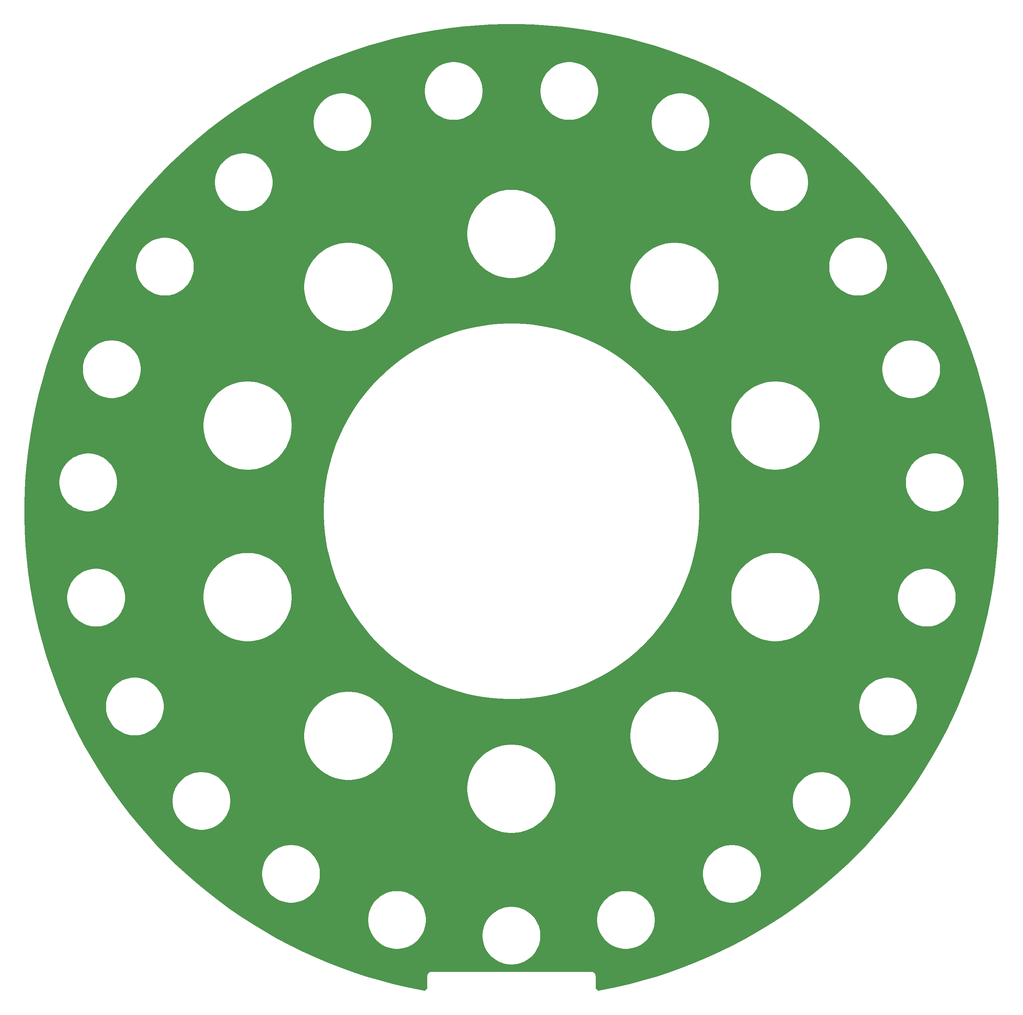
<source format=gbl>
G04*
G04 #@! TF.GenerationSoftware,Altium Limited,Altium Designer,19.1.6 (110)*
G04*
G04 Layer_Physical_Order=2*
G04 Layer_Color=16711680*
%FSLAX25Y25*%
%MOIN*%
G70*
G01*
G75*
G36*
X6834Y478857D02*
X20495Y478467D01*
X34140Y477687D01*
X47757Y476519D01*
X61335Y474962D01*
X74864Y473018D01*
X88331Y470689D01*
X101726Y467977D01*
X115039Y464884D01*
X128257Y461412D01*
X141372Y457564D01*
X154371Y453344D01*
X167244Y448754D01*
X179982Y443799D01*
X192572Y438482D01*
X205006Y432809D01*
X217273Y426783D01*
X229363Y420409D01*
X241266Y413693D01*
X252973Y406639D01*
X264473Y399255D01*
X275759Y391546D01*
X286819Y383517D01*
X297646Y375177D01*
X308231Y366530D01*
X318564Y357586D01*
X328638Y348350D01*
X338445Y338830D01*
X347975Y329035D01*
X357223Y318971D01*
X366179Y308648D01*
X374838Y298073D01*
X383190Y287256D01*
X391232Y276204D01*
X398954Y264928D01*
X406351Y253435D01*
X413417Y241737D01*
X420147Y229841D01*
X426535Y217758D01*
X432575Y205499D01*
X438263Y193071D01*
X443594Y180487D01*
X448563Y167755D01*
X453167Y154887D01*
X457403Y141892D01*
X461265Y128783D01*
X464752Y115568D01*
X467861Y102259D01*
X470588Y88867D01*
X472933Y75402D01*
X474892Y61876D01*
X476464Y48300D01*
X477648Y34684D01*
X478443Y21040D01*
X478849Y7379D01*
X478864Y-6289D01*
X478490Y-19950D01*
X477726Y-33596D01*
X476573Y-47214D01*
X475031Y-60795D01*
X473103Y-74325D01*
X470790Y-87795D01*
X468093Y-101193D01*
X465014Y-114509D01*
X461557Y-127732D01*
X457725Y-140851D01*
X453519Y-153855D01*
X448944Y-166733D01*
X444003Y-179476D01*
X438701Y-192073D01*
X433042Y-204513D01*
X427030Y-216787D01*
X420670Y-228884D01*
X413967Y-240795D01*
X406927Y-252509D01*
X399556Y-264018D01*
X391860Y-275312D01*
X383844Y-286382D01*
X375516Y-297219D01*
X366881Y-307813D01*
X357948Y-318157D01*
X348724Y-328241D01*
X339215Y-338059D01*
X329431Y-347601D01*
X319377Y-356860D01*
X309064Y-365828D01*
X298499Y-374498D01*
X287691Y-382863D01*
X276649Y-390917D01*
X265382Y-398652D01*
X253898Y-406062D01*
X242207Y-413142D01*
X230319Y-419885D01*
X218244Y-426287D01*
X205991Y-432341D01*
X193570Y-438043D01*
X180992Y-443388D01*
X168266Y-448372D01*
X155403Y-452991D01*
X142413Y-457241D01*
X129308Y-461119D01*
X116097Y-464621D01*
X102792Y-467744D01*
X89402Y-470487D01*
X84823Y-471290D01*
X84735Y-470848D01*
X84252Y-470125D01*
X83529Y-469643D01*
X82711Y-469480D01*
Y-456679D01*
X82576Y-455651D01*
X82179Y-454694D01*
X81548Y-453871D01*
X80726Y-453240D01*
X79768Y-452844D01*
X78740Y-452708D01*
X-78740D01*
X-79768Y-452844D01*
X-80726Y-453240D01*
X-81548Y-453871D01*
X-82179Y-454694D01*
X-82576Y-455651D01*
X-82711Y-456679D01*
Y-469480D01*
X-83529Y-469643D01*
X-84252Y-470125D01*
X-84735Y-470848D01*
X-84823Y-471290D01*
X-89402Y-470487D01*
X-102792Y-467744D01*
X-116097Y-464620D01*
X-129308Y-461119D01*
X-142413Y-457241D01*
X-155403Y-452991D01*
X-168266Y-448372D01*
X-180992Y-443388D01*
X-193570Y-438043D01*
X-205991Y-432341D01*
X-218244Y-426287D01*
X-230320Y-419885D01*
X-242207Y-413142D01*
X-253898Y-406063D01*
X-265382Y-398652D01*
X-276649Y-390917D01*
X-287691Y-382863D01*
X-298499Y-374498D01*
X-309064Y-365828D01*
X-319377Y-356860D01*
X-329431Y-347601D01*
X-339215Y-338059D01*
X-348724Y-328241D01*
X-357948Y-318157D01*
X-366881Y-307813D01*
X-375516Y-297219D01*
X-383844Y-286382D01*
X-391860Y-275312D01*
X-399556Y-264019D01*
X-406927Y-252509D01*
X-413967Y-240795D01*
X-420670Y-228884D01*
X-427030Y-216787D01*
X-433042Y-204513D01*
X-438701Y-192073D01*
X-444003Y-179476D01*
X-448944Y-166733D01*
X-453519Y-153855D01*
X-457725Y-140851D01*
X-461557Y-127732D01*
X-465014Y-114509D01*
X-468093Y-101193D01*
X-470790Y-87795D01*
X-473103Y-74325D01*
X-475031Y-60795D01*
X-476573Y-47214D01*
X-477726Y-33596D01*
X-478490Y-19950D01*
X-478864Y-6289D01*
X-478849Y7379D01*
X-478443Y21040D01*
X-477648Y34684D01*
X-476464Y48300D01*
X-474892Y61876D01*
X-472933Y75402D01*
X-470588Y88867D01*
X-467861Y102259D01*
X-464752Y115568D01*
X-461265Y128783D01*
X-457403Y141892D01*
X-453168Y154887D01*
X-448563Y167755D01*
X-443594Y180487D01*
X-438263Y193071D01*
X-432575Y205499D01*
X-426535Y217759D01*
X-420147Y229841D01*
X-413418Y241737D01*
X-406351Y253435D01*
X-398954Y264927D01*
X-391232Y276204D01*
X-383190Y287256D01*
X-374838Y298073D01*
X-366179Y308648D01*
X-357223Y318971D01*
X-347975Y329035D01*
X-338445Y338830D01*
X-328638Y348350D01*
X-318564Y357586D01*
X-308230Y366531D01*
X-297646Y375177D01*
X-286819Y383517D01*
X-275759Y391546D01*
X-264473Y399255D01*
X-252973Y406639D01*
X-241266Y413693D01*
X-229363Y420409D01*
X-217273Y426783D01*
X-205006Y432809D01*
X-192572Y438482D01*
X-179982Y443799D01*
X-167245Y448754D01*
X-154371Y453343D01*
X-141372Y457564D01*
X-128257Y461412D01*
X-115039Y464884D01*
X-101726Y467977D01*
X-88331Y470689D01*
X-74864Y473018D01*
X-61335Y474962D01*
X-47757Y476519D01*
X-34140Y477687D01*
X-20495Y478467D01*
X-6834Y478857D01*
X6834Y478857D01*
D02*
G37*
%LPC*%
G36*
X58179Y441501D02*
X55395D01*
X52623Y441228D01*
X49891Y440685D01*
X47226Y439877D01*
X44653Y438811D01*
X42197Y437498D01*
X39881Y435951D01*
X37728Y434184D01*
X35759Y432215D01*
X33992Y430062D01*
X32445Y427746D01*
X31132Y425290D01*
X30066Y422717D01*
X29258Y420052D01*
X28715Y417320D01*
X28442Y414548D01*
Y413156D01*
Y411763D01*
X28715Y408992D01*
X29258Y406260D01*
X30066Y403595D01*
X31132Y401022D01*
X32445Y398566D01*
X33992Y396250D01*
X35759Y394097D01*
X37728Y392128D01*
X39881Y390361D01*
X42197Y388814D01*
X44653Y387501D01*
X47226Y386435D01*
X49891Y385627D01*
X52623Y385084D01*
X55395Y384811D01*
X58179D01*
X60951Y385084D01*
X63683Y385627D01*
X66348Y386435D01*
X68921Y387501D01*
X71377Y388814D01*
X73693Y390361D01*
X75846Y392128D01*
X77815Y394097D01*
X79582Y396250D01*
X81129Y398566D01*
X82442Y401022D01*
X83508Y403595D01*
X84316Y406260D01*
X84859Y408992D01*
X85132Y411763D01*
Y413156D01*
Y414548D01*
X84859Y417320D01*
X84316Y420052D01*
X83508Y422717D01*
X82442Y425290D01*
X81129Y427746D01*
X79582Y430062D01*
X77815Y432215D01*
X75846Y434184D01*
X73693Y435951D01*
X71377Y437498D01*
X68921Y438811D01*
X66348Y439877D01*
X63683Y440685D01*
X60951Y441228D01*
X58179Y441501D01*
D02*
G37*
G36*
X-55395D02*
X-58179D01*
X-60951Y441228D01*
X-63683Y440685D01*
X-66348Y439877D01*
X-68921Y438811D01*
X-71377Y437498D01*
X-73693Y435951D01*
X-75846Y434184D01*
X-77815Y432215D01*
X-79582Y430062D01*
X-81129Y427746D01*
X-82442Y425290D01*
X-83508Y422717D01*
X-84316Y420052D01*
X-84859Y417320D01*
X-85132Y414548D01*
Y413156D01*
Y411763D01*
X-84859Y408992D01*
X-84316Y406260D01*
X-83508Y403595D01*
X-82442Y401022D01*
X-81129Y398566D01*
X-79582Y396250D01*
X-77815Y394097D01*
X-75846Y392128D01*
X-73693Y390361D01*
X-71377Y388814D01*
X-68921Y387501D01*
X-66348Y386435D01*
X-63683Y385627D01*
X-60951Y385084D01*
X-58179Y384811D01*
X-55395D01*
X-52623Y385084D01*
X-49891Y385627D01*
X-47226Y386435D01*
X-44653Y387501D01*
X-42197Y388814D01*
X-39881Y390361D01*
X-37728Y392128D01*
X-35759Y394097D01*
X-33992Y396250D01*
X-32445Y398566D01*
X-31132Y401022D01*
X-30066Y403595D01*
X-29258Y406260D01*
X-28715Y408992D01*
X-28442Y411763D01*
Y413156D01*
Y414548D01*
X-28715Y417320D01*
X-29258Y420052D01*
X-30066Y422717D01*
X-31132Y425290D01*
X-32445Y427746D01*
X-33992Y430062D01*
X-35759Y432215D01*
X-37728Y434184D01*
X-39881Y435951D01*
X-42197Y437498D01*
X-44653Y438811D01*
X-47226Y439877D01*
X-49891Y440685D01*
X-52623Y441228D01*
X-55395Y441501D01*
D02*
G37*
G36*
X167542Y410859D02*
X164757D01*
X161985Y410587D01*
X159254Y410043D01*
X156588Y409235D01*
X154016Y408169D01*
X151559Y406856D01*
X149244Y405309D01*
X147091Y403542D01*
X145121Y401573D01*
X143355Y399420D01*
X141807Y397104D01*
X140495Y394648D01*
X139429Y392075D01*
X138620Y389410D01*
X138077Y386678D01*
X137804Y383907D01*
Y382514D01*
Y381122D01*
X138077Y378350D01*
X138620Y375619D01*
X139429Y372953D01*
X140495Y370380D01*
X141807Y367924D01*
X143355Y365608D01*
X145121Y363456D01*
X147091Y361486D01*
X149244Y359719D01*
X151559Y358172D01*
X154016Y356859D01*
X156588Y355793D01*
X159254Y354985D01*
X161985Y354442D01*
X164757Y354169D01*
X167542D01*
X170314Y354442D01*
X173045Y354985D01*
X175710Y355793D01*
X178283Y356859D01*
X180739Y358172D01*
X183055Y359719D01*
X185208Y361486D01*
X187177Y363456D01*
X188944Y365608D01*
X190491Y367924D01*
X191804Y370380D01*
X192870Y372953D01*
X193678Y375619D01*
X194222Y378350D01*
X194495Y381122D01*
Y382514D01*
Y383907D01*
X194222Y386678D01*
X193678Y389410D01*
X192870Y392075D01*
X191804Y394648D01*
X190491Y397104D01*
X188944Y399420D01*
X187177Y401573D01*
X185208Y403542D01*
X183055Y405309D01*
X180739Y406856D01*
X178283Y408169D01*
X175710Y409235D01*
X173045Y410043D01*
X170314Y410587D01*
X167542Y410859D01*
D02*
G37*
G36*
X-164757D02*
X-167542D01*
X-170314Y410587D01*
X-173045Y410043D01*
X-175710Y409235D01*
X-178283Y408169D01*
X-180739Y406856D01*
X-183055Y405309D01*
X-185208Y403542D01*
X-187177Y401573D01*
X-188944Y399420D01*
X-190491Y397104D01*
X-191804Y394648D01*
X-192870Y392075D01*
X-193678Y389410D01*
X-194222Y386678D01*
X-194495Y383907D01*
Y382514D01*
Y381122D01*
X-194222Y378350D01*
X-193678Y375619D01*
X-192870Y372953D01*
X-191804Y370380D01*
X-190491Y367924D01*
X-188944Y365608D01*
X-187177Y363456D01*
X-185208Y361486D01*
X-183055Y359719D01*
X-180739Y358172D01*
X-178283Y356859D01*
X-175710Y355793D01*
X-173045Y354985D01*
X-170314Y354442D01*
X-167542Y354169D01*
X-164757D01*
X-161985Y354442D01*
X-159254Y354985D01*
X-156588Y355793D01*
X-154016Y356859D01*
X-151559Y358172D01*
X-149244Y359719D01*
X-147091Y361486D01*
X-145122Y363456D01*
X-143355Y365608D01*
X-141807Y367924D01*
X-140495Y370380D01*
X-139429Y372953D01*
X-138620Y375619D01*
X-138077Y378350D01*
X-137804Y381122D01*
Y382514D01*
Y383907D01*
X-138077Y386678D01*
X-138620Y389410D01*
X-139429Y392075D01*
X-140495Y394648D01*
X-141807Y397104D01*
X-143355Y399420D01*
X-145122Y401573D01*
X-147091Y403542D01*
X-149244Y405309D01*
X-151559Y406856D01*
X-154016Y408169D01*
X-156588Y409235D01*
X-159254Y410043D01*
X-161985Y410587D01*
X-164757Y410859D01*
D02*
G37*
G36*
X264582Y351848D02*
X261797D01*
X259025Y351575D01*
X256294Y351032D01*
X253628Y350223D01*
X251055Y349158D01*
X248599Y347845D01*
X246283Y346298D01*
X244131Y344531D01*
X242161Y342562D01*
X240394Y340409D01*
X238847Y338093D01*
X237534Y335637D01*
X236469Y333064D01*
X235660Y330399D01*
X235117Y327667D01*
X234844Y324895D01*
Y323503D01*
Y322110D01*
X235117Y319339D01*
X235660Y316607D01*
X236469Y313942D01*
X237534Y311369D01*
X238847Y308913D01*
X240394Y306597D01*
X242161Y304444D01*
X244131Y302475D01*
X246283Y300708D01*
X248599Y299161D01*
X251055Y297848D01*
X253628Y296782D01*
X256294Y295974D01*
X259025Y295430D01*
X261797Y295158D01*
X264582D01*
X267353Y295430D01*
X270085Y295974D01*
X272750Y296782D01*
X275323Y297848D01*
X277779Y299161D01*
X280095Y300708D01*
X282248Y302475D01*
X284217Y304444D01*
X285984Y306597D01*
X287531Y308913D01*
X288844Y311369D01*
X289910Y313942D01*
X290718Y316607D01*
X291262Y319339D01*
X291534Y322110D01*
Y323503D01*
Y324895D01*
X291262Y327667D01*
X290718Y330399D01*
X289910Y333064D01*
X288844Y335637D01*
X287531Y338093D01*
X285984Y340409D01*
X284217Y342562D01*
X282248Y344531D01*
X280095Y346298D01*
X277779Y347845D01*
X275323Y349158D01*
X272750Y350223D01*
X270085Y351032D01*
X267353Y351575D01*
X264582Y351848D01*
D02*
G37*
G36*
X-261797D02*
X-264582D01*
X-267353Y351575D01*
X-270085Y351032D01*
X-272750Y350223D01*
X-275323Y349158D01*
X-277779Y347845D01*
X-280095Y346298D01*
X-282248Y344531D01*
X-284217Y342562D01*
X-285984Y340409D01*
X-287531Y338093D01*
X-288844Y335637D01*
X-289910Y333064D01*
X-290718Y330399D01*
X-291262Y327667D01*
X-291534Y324895D01*
Y323503D01*
Y322110D01*
X-291262Y319339D01*
X-290718Y316607D01*
X-289910Y313942D01*
X-288844Y311369D01*
X-287531Y308913D01*
X-285984Y306597D01*
X-284217Y304444D01*
X-282248Y302475D01*
X-280095Y300708D01*
X-277779Y299161D01*
X-275323Y297848D01*
X-272750Y296782D01*
X-270085Y295974D01*
X-267353Y295430D01*
X-264582Y295158D01*
X-261797D01*
X-259025Y295430D01*
X-256294Y295974D01*
X-253628Y296782D01*
X-251055Y297848D01*
X-248599Y299161D01*
X-246283Y300708D01*
X-244131Y302475D01*
X-242161Y304444D01*
X-240394Y306597D01*
X-238847Y308913D01*
X-237534Y311369D01*
X-236469Y313942D01*
X-235660Y316607D01*
X-235117Y319339D01*
X-234844Y322110D01*
Y323503D01*
Y324895D01*
X-235117Y327667D01*
X-235660Y330399D01*
X-236469Y333064D01*
X-237534Y335637D01*
X-238847Y338093D01*
X-240394Y340409D01*
X-242161Y342562D01*
X-244131Y344531D01*
X-246283Y346298D01*
X-248599Y347845D01*
X-251055Y349158D01*
X-253628Y350223D01*
X-256294Y351032D01*
X-259025Y351575D01*
X-261797Y351848D01*
D02*
G37*
G36*
X1703Y316080D02*
X-1703D01*
X-5098Y315813D01*
X-8462Y315280D01*
X-11774Y314485D01*
X-15013Y313433D01*
X-18160Y312129D01*
X-21194Y310583D01*
X-24099Y308803D01*
X-26854Y306801D01*
X-29444Y304590D01*
X-31852Y302181D01*
X-34064Y299591D01*
X-36066Y296836D01*
X-37846Y293932D01*
X-39392Y290897D01*
X-40695Y287751D01*
X-41748Y284511D01*
X-42543Y281200D01*
X-43075Y277836D01*
X-43343Y274440D01*
Y272737D01*
Y271035D01*
X-43075Y267639D01*
X-42543Y264275D01*
X-41748Y260963D01*
X-40695Y257724D01*
X-39392Y254578D01*
X-37846Y251543D01*
X-36066Y248639D01*
X-34064Y245883D01*
X-31852Y243294D01*
X-29444Y240885D01*
X-26854Y238673D01*
X-24099Y236671D01*
X-21194Y234892D01*
X-18160Y233346D01*
X-15013Y232042D01*
X-11774Y230990D01*
X-8462Y230195D01*
X-5098Y229662D01*
X-1703Y229395D01*
X1703D01*
X5098Y229662D01*
X8462Y230195D01*
X11774Y230990D01*
X15013Y232042D01*
X18160Y233346D01*
X21194Y234892D01*
X24099Y236671D01*
X26854Y238673D01*
X29444Y240885D01*
X31852Y243294D01*
X34064Y245883D01*
X36066Y248639D01*
X37846Y251543D01*
X39392Y254578D01*
X40695Y257724D01*
X41748Y260963D01*
X42543Y264275D01*
X43075Y267639D01*
X43343Y271035D01*
Y272737D01*
Y274440D01*
X43075Y277836D01*
X42543Y281200D01*
X41748Y284511D01*
X40695Y287751D01*
X39392Y290897D01*
X37846Y293932D01*
X36066Y296836D01*
X34064Y299591D01*
X31852Y302181D01*
X29444Y304590D01*
X26854Y306801D01*
X24099Y308803D01*
X21194Y310583D01*
X18160Y312129D01*
X15013Y313433D01*
X11774Y314485D01*
X8462Y315280D01*
X5098Y315813D01*
X1703Y316080D01*
D02*
G37*
G36*
X342102Y268844D02*
X339317D01*
X336545Y268571D01*
X333814Y268028D01*
X331149Y267220D01*
X328576Y266154D01*
X326119Y264841D01*
X323804Y263294D01*
X321651Y261527D01*
X319682Y259558D01*
X317915Y257405D01*
X316367Y255089D01*
X315055Y252633D01*
X313989Y250060D01*
X313180Y247395D01*
X312637Y244663D01*
X312364Y241892D01*
Y240499D01*
Y239106D01*
X312637Y236335D01*
X313180Y233603D01*
X313989Y230938D01*
X315055Y228365D01*
X316367Y225909D01*
X317915Y223593D01*
X319682Y221440D01*
X321651Y219471D01*
X323804Y217704D01*
X326119Y216157D01*
X328576Y214844D01*
X331149Y213778D01*
X333814Y212970D01*
X336545Y212427D01*
X339317Y212154D01*
X342102D01*
X344873Y212427D01*
X347605Y212970D01*
X350270Y213778D01*
X352843Y214844D01*
X355299Y216157D01*
X357615Y217704D01*
X359768Y219471D01*
X361737Y221440D01*
X363504Y223593D01*
X365051Y225909D01*
X366364Y228365D01*
X367430Y230938D01*
X368238Y233603D01*
X368782Y236335D01*
X369055Y239106D01*
Y240499D01*
Y241892D01*
X368782Y244663D01*
X368238Y247395D01*
X367430Y250060D01*
X366364Y252633D01*
X365051Y255089D01*
X363504Y257405D01*
X361737Y259558D01*
X359768Y261527D01*
X357615Y263294D01*
X355299Y264841D01*
X352843Y266154D01*
X350270Y267220D01*
X347605Y268028D01*
X344873Y268571D01*
X342102Y268844D01*
D02*
G37*
G36*
X-339317D02*
X-342102D01*
X-344874Y268571D01*
X-347605Y268028D01*
X-350270Y267220D01*
X-352843Y266154D01*
X-355299Y264841D01*
X-357615Y263294D01*
X-359768Y261527D01*
X-361737Y259558D01*
X-363504Y257405D01*
X-365051Y255089D01*
X-366364Y252633D01*
X-367430Y250060D01*
X-368238Y247395D01*
X-368782Y244663D01*
X-369055Y241892D01*
Y240499D01*
Y239106D01*
X-368782Y236335D01*
X-368238Y233603D01*
X-367430Y230938D01*
X-366364Y228365D01*
X-365051Y225909D01*
X-363504Y223593D01*
X-361737Y221440D01*
X-359768Y219471D01*
X-357615Y217704D01*
X-355299Y216157D01*
X-352843Y214844D01*
X-350270Y213778D01*
X-347605Y212970D01*
X-344874Y212427D01*
X-342102Y212154D01*
X-339317D01*
X-336545Y212427D01*
X-333814Y212970D01*
X-331149Y213778D01*
X-328576Y214844D01*
X-326119Y216157D01*
X-323804Y217704D01*
X-321651Y219471D01*
X-319682Y221440D01*
X-317915Y223593D01*
X-316367Y225909D01*
X-315055Y228365D01*
X-313989Y230938D01*
X-313180Y233603D01*
X-312637Y236335D01*
X-312364Y239106D01*
Y240499D01*
Y241892D01*
X-312637Y244663D01*
X-313180Y247395D01*
X-313989Y250060D01*
X-315055Y252633D01*
X-316367Y255089D01*
X-317915Y257405D01*
X-319682Y259558D01*
X-321651Y261527D01*
X-323804Y263294D01*
X-326119Y264841D01*
X-328576Y266154D01*
X-331149Y267220D01*
X-333814Y268028D01*
X-336545Y268571D01*
X-339317Y268844D01*
D02*
G37*
G36*
X162014Y263992D02*
X158608D01*
X155213Y263725D01*
X151849Y263192D01*
X148537Y262397D01*
X145298Y261344D01*
X142151Y260041D01*
X139117Y258495D01*
X136213Y256715D01*
X133457Y254713D01*
X130867Y252501D01*
X128459Y250093D01*
X126247Y247503D01*
X124245Y244748D01*
X122466Y241844D01*
X120919Y238809D01*
X119616Y235662D01*
X118563Y232423D01*
X117768Y229112D01*
X117236Y225747D01*
X116968Y222352D01*
Y220649D01*
Y218946D01*
X117236Y215551D01*
X117768Y212187D01*
X118563Y208875D01*
X119616Y205636D01*
X120919Y202489D01*
X122466Y199455D01*
X124245Y196551D01*
X126247Y193795D01*
X128459Y191206D01*
X130867Y188797D01*
X133457Y186585D01*
X136213Y184583D01*
X139117Y182804D01*
X142151Y181257D01*
X145298Y179954D01*
X148537Y178902D01*
X151849Y178106D01*
X155213Y177574D01*
X158608Y177306D01*
X162014D01*
X165409Y177574D01*
X168773Y178106D01*
X172085Y178902D01*
X175324Y179954D01*
X178471Y181257D01*
X181506Y182804D01*
X184409Y184583D01*
X187165Y186585D01*
X189755Y188797D01*
X192163Y191206D01*
X194375Y193795D01*
X196377Y196551D01*
X198156Y199455D01*
X199703Y202489D01*
X201006Y205636D01*
X202059Y208875D01*
X202854Y212187D01*
X203386Y215551D01*
X203654Y218946D01*
Y220649D01*
Y222352D01*
X203386Y225747D01*
X202854Y229112D01*
X202059Y232423D01*
X201006Y235662D01*
X199703Y238809D01*
X198156Y241844D01*
X196377Y244748D01*
X194375Y247503D01*
X192163Y250093D01*
X189755Y252501D01*
X187165Y254713D01*
X184409Y256715D01*
X181506Y258495D01*
X178471Y260041D01*
X175324Y261344D01*
X172085Y262397D01*
X168773Y263192D01*
X165409Y263725D01*
X162014Y263992D01*
D02*
G37*
G36*
X-158608D02*
X-162014D01*
X-165409Y263725D01*
X-168773Y263192D01*
X-172085Y262397D01*
X-175324Y261344D01*
X-178471Y260041D01*
X-181506Y258495D01*
X-184409Y256715D01*
X-187165Y254713D01*
X-189755Y252501D01*
X-192163Y250093D01*
X-194375Y247503D01*
X-196377Y244748D01*
X-198156Y241844D01*
X-199703Y238809D01*
X-201006Y235662D01*
X-202059Y232423D01*
X-202854Y229112D01*
X-203386Y225747D01*
X-203654Y222352D01*
Y220649D01*
Y218946D01*
X-203386Y215551D01*
X-202854Y212187D01*
X-202059Y208875D01*
X-201006Y205636D01*
X-199703Y202489D01*
X-198156Y199455D01*
X-196377Y196551D01*
X-194375Y193795D01*
X-192163Y191206D01*
X-189755Y188797D01*
X-187165Y186585D01*
X-184409Y184583D01*
X-181506Y182804D01*
X-178471Y181257D01*
X-175324Y179954D01*
X-172085Y178902D01*
X-168773Y178106D01*
X-165409Y177574D01*
X-162014Y177306D01*
X-158608D01*
X-155213Y177574D01*
X-151849Y178106D01*
X-148537Y178902D01*
X-145298Y179954D01*
X-142151Y181257D01*
X-139117Y182804D01*
X-136213Y184583D01*
X-133457Y186585D01*
X-130867Y188797D01*
X-128459Y191206D01*
X-126247Y193795D01*
X-124245Y196551D01*
X-122466Y199455D01*
X-120919Y202489D01*
X-119616Y205636D01*
X-118563Y208875D01*
X-117768Y212187D01*
X-117236Y215551D01*
X-116968Y218946D01*
Y220649D01*
Y222352D01*
X-117236Y225747D01*
X-117768Y229112D01*
X-118563Y232423D01*
X-119616Y235662D01*
X-120919Y238809D01*
X-122466Y241844D01*
X-124245Y244748D01*
X-126247Y247503D01*
X-128459Y250093D01*
X-130867Y252501D01*
X-133457Y254713D01*
X-136213Y256715D01*
X-139117Y258495D01*
X-142151Y260041D01*
X-145298Y261344D01*
X-148537Y262397D01*
X-151849Y263192D01*
X-155213Y263725D01*
X-158608Y263992D01*
D02*
G37*
G36*
X394353Y168004D02*
X391568D01*
X388797Y167731D01*
X386065Y167187D01*
X383400Y166379D01*
X380827Y165313D01*
X378371Y164000D01*
X376055Y162453D01*
X373902Y160686D01*
X371933Y158717D01*
X370166Y156564D01*
X368619Y154248D01*
X367306Y151792D01*
X366240Y149219D01*
X365432Y146554D01*
X364888Y143823D01*
X364615Y141051D01*
Y139658D01*
Y138266D01*
X364888Y135494D01*
X365432Y132763D01*
X366240Y130097D01*
X367306Y127524D01*
X368619Y125068D01*
X370166Y122753D01*
X371933Y120600D01*
X373902Y118630D01*
X376055Y116864D01*
X378371Y115316D01*
X380827Y114004D01*
X383400Y112938D01*
X386065Y112129D01*
X388797Y111586D01*
X391568Y111313D01*
X394353D01*
X397125Y111586D01*
X399856Y112129D01*
X402522Y112938D01*
X405095Y114004D01*
X407551Y115316D01*
X409867Y116864D01*
X412019Y118630D01*
X413989Y120600D01*
X415756Y122753D01*
X417303Y125068D01*
X418616Y127524D01*
X419681Y130097D01*
X420490Y132763D01*
X421033Y135494D01*
X421306Y138266D01*
Y139658D01*
Y141051D01*
X421033Y143823D01*
X420490Y146554D01*
X419681Y149219D01*
X418616Y151792D01*
X417303Y154248D01*
X415756Y156564D01*
X413989Y158717D01*
X412019Y160686D01*
X409867Y162453D01*
X407551Y164000D01*
X405095Y165313D01*
X402522Y166379D01*
X399856Y167187D01*
X397125Y167731D01*
X394353Y168004D01*
D02*
G37*
G36*
X-391568D02*
X-394353D01*
X-397125Y167731D01*
X-399856Y167187D01*
X-402522Y166379D01*
X-405095Y165313D01*
X-407551Y164000D01*
X-409867Y162453D01*
X-412019Y160686D01*
X-413989Y158717D01*
X-415756Y156564D01*
X-417303Y154248D01*
X-418616Y151792D01*
X-419682Y149219D01*
X-420490Y146554D01*
X-421033Y143823D01*
X-421306Y141051D01*
Y139658D01*
Y138266D01*
X-421033Y135494D01*
X-420490Y132763D01*
X-419682Y130097D01*
X-418616Y127524D01*
X-417303Y125068D01*
X-415756Y122753D01*
X-413989Y120600D01*
X-412019Y118630D01*
X-409867Y116864D01*
X-407551Y115316D01*
X-405095Y114004D01*
X-402522Y112938D01*
X-399856Y112129D01*
X-397125Y111586D01*
X-394353Y111313D01*
X-391568D01*
X-388797Y111586D01*
X-386065Y112129D01*
X-383400Y112938D01*
X-380827Y114004D01*
X-378371Y115316D01*
X-376055Y116864D01*
X-373902Y118630D01*
X-371933Y120600D01*
X-370166Y122753D01*
X-368619Y125068D01*
X-367306Y127524D01*
X-366240Y130097D01*
X-365432Y132763D01*
X-364888Y135494D01*
X-364615Y138266D01*
Y139658D01*
Y141051D01*
X-364888Y143823D01*
X-365432Y146554D01*
X-366240Y149219D01*
X-367306Y151792D01*
X-368619Y154248D01*
X-370166Y156564D01*
X-371933Y158717D01*
X-373902Y160686D01*
X-376055Y162453D01*
X-378371Y164000D01*
X-380827Y165313D01*
X-383400Y166379D01*
X-386065Y167187D01*
X-388797Y167731D01*
X-391568Y168004D01*
D02*
G37*
G36*
X261092Y127623D02*
X257686D01*
X254290Y127356D01*
X250926Y126823D01*
X247615Y126028D01*
X244375Y124976D01*
X241229Y123672D01*
X238194Y122126D01*
X235290Y120346D01*
X232535Y118344D01*
X229945Y116133D01*
X227537Y113724D01*
X225325Y111134D01*
X223323Y108379D01*
X221543Y105475D01*
X219997Y102440D01*
X218694Y99294D01*
X217641Y96055D01*
X216846Y92743D01*
X216313Y89379D01*
X216046Y85983D01*
Y84281D01*
Y82578D01*
X216313Y79182D01*
X216846Y75818D01*
X217641Y72506D01*
X218694Y69267D01*
X219997Y66121D01*
X221543Y63086D01*
X223323Y60182D01*
X225325Y57427D01*
X227537Y54837D01*
X229945Y52428D01*
X232535Y50217D01*
X235290Y48215D01*
X238194Y46435D01*
X241229Y44889D01*
X244375Y43585D01*
X247615Y42533D01*
X250926Y41738D01*
X254290Y41205D01*
X257686Y40938D01*
X261092D01*
X264487Y41205D01*
X267851Y41738D01*
X271163Y42533D01*
X274402Y43585D01*
X277549Y44889D01*
X280583Y46435D01*
X283487Y48215D01*
X286243Y50217D01*
X288832Y52428D01*
X291241Y54837D01*
X293453Y57427D01*
X295455Y60182D01*
X297234Y63086D01*
X298780Y66121D01*
X300084Y69267D01*
X301136Y72506D01*
X301931Y75818D01*
X302464Y79182D01*
X302731Y82578D01*
Y84281D01*
Y85983D01*
X302464Y89379D01*
X301931Y92743D01*
X301136Y96055D01*
X300084Y99294D01*
X298780Y102440D01*
X297234Y105475D01*
X295455Y108379D01*
X293453Y111134D01*
X291241Y113724D01*
X288832Y116133D01*
X286243Y118344D01*
X283487Y120346D01*
X280583Y122126D01*
X277549Y123672D01*
X274402Y124976D01*
X271163Y126028D01*
X267851Y126823D01*
X264487Y127356D01*
X261092Y127623D01*
D02*
G37*
G36*
X-257686D02*
X-261092D01*
X-264487Y127356D01*
X-267851Y126823D01*
X-271163Y126028D01*
X-274402Y124976D01*
X-277549Y123672D01*
X-280583Y122126D01*
X-283487Y120346D01*
X-286243Y118344D01*
X-288832Y116133D01*
X-291241Y113724D01*
X-293453Y111134D01*
X-295455Y108379D01*
X-297234Y105475D01*
X-298780Y102440D01*
X-300084Y99294D01*
X-301136Y96055D01*
X-301931Y92743D01*
X-302464Y89379D01*
X-302731Y85983D01*
Y84281D01*
Y82578D01*
X-302464Y79182D01*
X-301931Y75818D01*
X-301136Y72506D01*
X-300084Y69267D01*
X-298780Y66121D01*
X-297234Y63086D01*
X-295455Y60182D01*
X-293453Y57427D01*
X-291241Y54837D01*
X-288832Y52428D01*
X-286243Y50217D01*
X-283487Y48215D01*
X-280583Y46435D01*
X-277549Y44889D01*
X-274402Y43585D01*
X-271163Y42533D01*
X-267851Y41738D01*
X-264487Y41205D01*
X-261092Y40938D01*
X-257686D01*
X-254290Y41205D01*
X-250926Y41738D01*
X-247615Y42533D01*
X-244375Y43585D01*
X-241229Y44889D01*
X-238194Y46435D01*
X-235290Y48215D01*
X-232535Y50217D01*
X-229945Y52428D01*
X-227537Y54837D01*
X-225325Y57427D01*
X-223323Y60182D01*
X-221543Y63086D01*
X-219997Y66121D01*
X-218694Y69267D01*
X-217641Y72506D01*
X-216846Y75818D01*
X-216313Y79182D01*
X-216046Y82578D01*
Y84281D01*
Y85983D01*
X-216313Y89379D01*
X-216846Y92743D01*
X-217641Y96055D01*
X-218694Y99294D01*
X-219997Y102440D01*
X-221543Y105475D01*
X-223323Y108379D01*
X-225325Y111134D01*
X-227537Y113724D01*
X-229945Y116133D01*
X-232535Y118344D01*
X-235290Y120346D01*
X-238194Y122126D01*
X-241229Y123672D01*
X-244375Y124976D01*
X-247615Y126028D01*
X-250926Y126823D01*
X-254290Y127356D01*
X-257686Y127623D01*
D02*
G37*
G36*
X417461Y56805D02*
X414676D01*
X411904Y56532D01*
X409172Y55989D01*
X406507Y55181D01*
X403934Y54115D01*
X401478Y52802D01*
X399162Y51254D01*
X397010Y49488D01*
X395040Y47518D01*
X393273Y45366D01*
X391726Y43050D01*
X390413Y40594D01*
X389348Y38021D01*
X388539Y35355D01*
X387996Y32624D01*
X387723Y29852D01*
Y28460D01*
Y27067D01*
X387996Y24296D01*
X388539Y21564D01*
X389348Y18899D01*
X390413Y16326D01*
X391726Y13870D01*
X393273Y11554D01*
X395040Y9401D01*
X397010Y7432D01*
X399162Y5665D01*
X401478Y4118D01*
X403934Y2805D01*
X406507Y1739D01*
X409172Y931D01*
X411904Y387D01*
X414676Y114D01*
X417461D01*
X420232Y387D01*
X422964Y931D01*
X425629Y1739D01*
X428202Y2805D01*
X430658Y4118D01*
X432974Y5665D01*
X435127Y7432D01*
X437096Y9401D01*
X438863Y11554D01*
X440410Y13870D01*
X441723Y16326D01*
X442789Y18899D01*
X443597Y21564D01*
X444140Y24296D01*
X444414Y27067D01*
Y28460D01*
Y29852D01*
X444140Y32624D01*
X443597Y35355D01*
X442789Y38021D01*
X441723Y40594D01*
X440410Y43050D01*
X438863Y45366D01*
X437096Y47518D01*
X435127Y49488D01*
X432974Y51254D01*
X430658Y52802D01*
X428202Y54115D01*
X425629Y55181D01*
X422964Y55989D01*
X420232Y56532D01*
X417461Y56805D01*
D02*
G37*
G36*
X-414676D02*
X-417461D01*
X-420232Y56532D01*
X-422964Y55989D01*
X-425629Y55181D01*
X-428202Y54115D01*
X-430658Y52802D01*
X-432974Y51254D01*
X-435127Y49488D01*
X-437096Y47518D01*
X-438863Y45366D01*
X-440410Y43050D01*
X-441723Y40594D01*
X-442789Y38021D01*
X-443597Y35355D01*
X-444140Y32624D01*
X-444414Y29852D01*
Y28460D01*
Y27067D01*
X-444140Y24296D01*
X-443597Y21564D01*
X-442789Y18899D01*
X-441723Y16326D01*
X-440410Y13870D01*
X-438863Y11554D01*
X-437096Y9401D01*
X-435127Y7432D01*
X-432974Y5665D01*
X-430658Y4118D01*
X-428202Y2805D01*
X-425629Y1739D01*
X-422964Y931D01*
X-420232Y387D01*
X-417461Y114D01*
X-414676D01*
X-411904Y387D01*
X-409172Y931D01*
X-406507Y1739D01*
X-403934Y2805D01*
X-401478Y4118D01*
X-399162Y5665D01*
X-397010Y7432D01*
X-395040Y9401D01*
X-393273Y11554D01*
X-391726Y13870D01*
X-390413Y16326D01*
X-389348Y18899D01*
X-388539Y21564D01*
X-387996Y24296D01*
X-387723Y27067D01*
Y28460D01*
Y29852D01*
X-387996Y32624D01*
X-388539Y35355D01*
X-389348Y38021D01*
X-390413Y40594D01*
X-391726Y43050D01*
X-393273Y45366D01*
X-395040Y47518D01*
X-397010Y49488D01*
X-399162Y51254D01*
X-401478Y52802D01*
X-403934Y54115D01*
X-406507Y55181D01*
X-409172Y55989D01*
X-411904Y56532D01*
X-414676Y56805D01*
D02*
G37*
G36*
X409710Y-56504D02*
X406925D01*
X404153Y-56777D01*
X401422Y-57320D01*
X398757Y-58129D01*
X396184Y-59194D01*
X393727Y-60507D01*
X391412Y-62055D01*
X389259Y-63822D01*
X387290Y-65791D01*
X385523Y-67944D01*
X383976Y-70259D01*
X382663Y-72716D01*
X381597Y-75289D01*
X380788Y-77954D01*
X380245Y-80685D01*
X379972Y-83457D01*
Y-84849D01*
Y-86242D01*
X380245Y-89013D01*
X380788Y-91745D01*
X381597Y-94410D01*
X382663Y-96983D01*
X383976Y-99439D01*
X385523Y-101755D01*
X387290Y-103908D01*
X389259Y-105877D01*
X391412Y-107644D01*
X393727Y-109191D01*
X396184Y-110504D01*
X398757Y-111570D01*
X401422Y-112378D01*
X404153Y-112922D01*
X406925Y-113195D01*
X409710D01*
X412482Y-112922D01*
X415213Y-112378D01*
X417878Y-111570D01*
X420451Y-110504D01*
X422908Y-109191D01*
X425223Y-107644D01*
X427376Y-105877D01*
X429345Y-103908D01*
X431112Y-101755D01*
X432660Y-99439D01*
X433972Y-96983D01*
X435038Y-94410D01*
X435847Y-91745D01*
X436390Y-89013D01*
X436663Y-86242D01*
Y-84849D01*
Y-83457D01*
X436390Y-80685D01*
X435847Y-77954D01*
X435038Y-75289D01*
X433972Y-72716D01*
X432660Y-70259D01*
X431112Y-67944D01*
X429345Y-65791D01*
X427376Y-63822D01*
X425223Y-62055D01*
X422908Y-60507D01*
X420451Y-59194D01*
X417878Y-58129D01*
X415213Y-57320D01*
X412482Y-56777D01*
X409710Y-56504D01*
D02*
G37*
G36*
X-406925D02*
X-409710D01*
X-412482Y-56777D01*
X-415213Y-57320D01*
X-417878Y-58129D01*
X-420451Y-59194D01*
X-422908Y-60507D01*
X-425223Y-62055D01*
X-427376Y-63822D01*
X-429346Y-65791D01*
X-431112Y-67944D01*
X-432660Y-70259D01*
X-433972Y-72716D01*
X-435038Y-75289D01*
X-435847Y-77954D01*
X-436390Y-80685D01*
X-436663Y-83457D01*
Y-84849D01*
Y-86242D01*
X-436390Y-89013D01*
X-435847Y-91745D01*
X-435038Y-94410D01*
X-433972Y-96983D01*
X-432660Y-99439D01*
X-431112Y-101755D01*
X-429346Y-103908D01*
X-427376Y-105877D01*
X-425223Y-107644D01*
X-422908Y-109191D01*
X-420451Y-110504D01*
X-417878Y-111570D01*
X-415213Y-112378D01*
X-412482Y-112922D01*
X-409710Y-113195D01*
X-406925D01*
X-404153Y-112922D01*
X-401422Y-112378D01*
X-398757Y-111570D01*
X-396184Y-110504D01*
X-393728Y-109191D01*
X-391412Y-107644D01*
X-389259Y-105877D01*
X-387290Y-103908D01*
X-385523Y-101755D01*
X-383976Y-99439D01*
X-382663Y-96983D01*
X-381597Y-94410D01*
X-380788Y-91745D01*
X-380245Y-89013D01*
X-379972Y-86242D01*
Y-84849D01*
Y-83457D01*
X-380245Y-80685D01*
X-380788Y-77954D01*
X-381597Y-75289D01*
X-382663Y-72716D01*
X-383976Y-70259D01*
X-385523Y-67944D01*
X-387290Y-65791D01*
X-389259Y-63822D01*
X-391412Y-62055D01*
X-393728Y-60507D01*
X-396184Y-59194D01*
X-398757Y-58129D01*
X-401422Y-57320D01*
X-404153Y-56777D01*
X-406925Y-56504D01*
D02*
G37*
G36*
X261092Y-40938D02*
X257686D01*
X254290Y-41205D01*
X250926Y-41738D01*
X247615Y-42533D01*
X244375Y-43585D01*
X241229Y-44889D01*
X238194Y-46435D01*
X235290Y-48215D01*
X232535Y-50217D01*
X229945Y-52428D01*
X227537Y-54837D01*
X225325Y-57427D01*
X223323Y-60182D01*
X221543Y-63086D01*
X219997Y-66121D01*
X218694Y-69267D01*
X217641Y-72506D01*
X216846Y-75818D01*
X216313Y-79182D01*
X216046Y-82578D01*
Y-84281D01*
Y-85983D01*
X216313Y-89379D01*
X216846Y-92743D01*
X217641Y-96055D01*
X218694Y-99294D01*
X219997Y-102440D01*
X221543Y-105475D01*
X223323Y-108379D01*
X225325Y-111134D01*
X227537Y-113724D01*
X229945Y-116133D01*
X232535Y-118344D01*
X235290Y-120346D01*
X238194Y-122126D01*
X241229Y-123672D01*
X244375Y-124976D01*
X247615Y-126028D01*
X250926Y-126823D01*
X254290Y-127356D01*
X257686Y-127623D01*
X261092D01*
X264487Y-127356D01*
X267851Y-126823D01*
X271163Y-126028D01*
X274402Y-124976D01*
X277549Y-123672D01*
X280583Y-122126D01*
X283487Y-120346D01*
X286243Y-118344D01*
X288832Y-116133D01*
X291241Y-113724D01*
X293453Y-111134D01*
X295455Y-108379D01*
X297234Y-105475D01*
X298780Y-102440D01*
X300084Y-99294D01*
X301136Y-96055D01*
X301931Y-92743D01*
X302464Y-89379D01*
X302731Y-85983D01*
Y-84281D01*
Y-82578D01*
X302464Y-79182D01*
X301931Y-75818D01*
X301136Y-72506D01*
X300084Y-69267D01*
X298780Y-66121D01*
X297234Y-63086D01*
X295455Y-60182D01*
X293453Y-57427D01*
X291241Y-54837D01*
X288832Y-52428D01*
X286243Y-50217D01*
X283487Y-48215D01*
X280583Y-46435D01*
X277549Y-44889D01*
X274402Y-43585D01*
X271163Y-42533D01*
X267851Y-41738D01*
X264487Y-41205D01*
X261092Y-40938D01*
D02*
G37*
G36*
X-257686D02*
X-261092D01*
X-264487Y-41205D01*
X-267851Y-41738D01*
X-271163Y-42533D01*
X-274402Y-43585D01*
X-277549Y-44889D01*
X-280583Y-46435D01*
X-283487Y-48215D01*
X-286243Y-50217D01*
X-288832Y-52428D01*
X-291241Y-54837D01*
X-293453Y-57427D01*
X-295455Y-60182D01*
X-297234Y-63086D01*
X-298780Y-66121D01*
X-300084Y-69267D01*
X-301136Y-72506D01*
X-301931Y-75818D01*
X-302464Y-79182D01*
X-302731Y-82578D01*
Y-84281D01*
Y-85983D01*
X-302464Y-89379D01*
X-301931Y-92743D01*
X-301136Y-96055D01*
X-300084Y-99294D01*
X-298780Y-102440D01*
X-297234Y-105475D01*
X-295455Y-108379D01*
X-293453Y-111134D01*
X-291241Y-113724D01*
X-288832Y-116133D01*
X-286243Y-118344D01*
X-283487Y-120346D01*
X-280583Y-122126D01*
X-277549Y-123672D01*
X-274402Y-124976D01*
X-271163Y-126028D01*
X-267851Y-126823D01*
X-264487Y-127356D01*
X-261092Y-127623D01*
X-257686D01*
X-254290Y-127356D01*
X-250926Y-126823D01*
X-247615Y-126028D01*
X-244375Y-124976D01*
X-241229Y-123672D01*
X-238194Y-122126D01*
X-235290Y-120346D01*
X-232535Y-118344D01*
X-229945Y-116133D01*
X-227537Y-113724D01*
X-225325Y-111134D01*
X-223323Y-108379D01*
X-221543Y-105475D01*
X-219997Y-102440D01*
X-218694Y-99294D01*
X-217641Y-96055D01*
X-216846Y-92743D01*
X-216313Y-89379D01*
X-216046Y-85983D01*
Y-84281D01*
Y-82578D01*
X-216313Y-79182D01*
X-216846Y-75818D01*
X-217641Y-72506D01*
X-218694Y-69267D01*
X-219997Y-66121D01*
X-221543Y-63086D01*
X-223323Y-60182D01*
X-225325Y-57427D01*
X-227537Y-54837D01*
X-229945Y-52428D01*
X-232535Y-50217D01*
X-235290Y-48215D01*
X-238194Y-46435D01*
X-241229Y-44889D01*
X-244375Y-43585D01*
X-247615Y-42533D01*
X-250926Y-41738D01*
X-254290Y-41205D01*
X-257686Y-40938D01*
D02*
G37*
G36*
X4026Y184524D02*
X-4026D01*
X-12071Y184172D01*
X-20093Y183470D01*
X-28077Y182419D01*
X-36007Y181021D01*
X-43869Y179278D01*
X-51647Y177194D01*
X-59327Y174773D01*
X-66894Y172018D01*
X-74334Y168937D01*
X-81632Y165533D01*
X-88775Y161815D01*
X-95749Y157789D01*
X-102540Y153462D01*
X-109136Y148844D01*
X-115525Y143941D01*
X-121694Y138765D01*
X-127631Y133325D01*
X-133325Y127631D01*
X-138765Y121694D01*
X-143941Y115525D01*
X-148844Y109136D01*
X-153462Y102540D01*
X-157789Y95749D01*
X-161815Y88775D01*
X-165533Y81632D01*
X-168937Y74334D01*
X-172018Y66894D01*
X-174773Y59327D01*
X-177194Y51647D01*
X-179278Y43869D01*
X-181021Y36007D01*
X-182419Y28077D01*
X-183470Y20093D01*
X-184172Y12071D01*
X-184524Y4026D01*
Y0D01*
Y-4026D01*
X-184172Y-12071D01*
X-183470Y-20093D01*
X-182419Y-28077D01*
X-181021Y-36007D01*
X-179278Y-43869D01*
X-177194Y-51647D01*
X-174773Y-59327D01*
X-172018Y-66894D01*
X-168937Y-74334D01*
X-165533Y-81632D01*
X-161815Y-88775D01*
X-157789Y-95749D01*
X-153462Y-102540D01*
X-148844Y-109136D01*
X-143941Y-115525D01*
X-138765Y-121694D01*
X-133325Y-127631D01*
X-127631Y-133325D01*
X-121694Y-138765D01*
X-115525Y-143941D01*
X-109136Y-148843D01*
X-102540Y-153462D01*
X-95749Y-157789D01*
X-88775Y-161815D01*
X-81632Y-165533D01*
X-74334Y-168937D01*
X-66894Y-172018D01*
X-59327Y-174773D01*
X-51647Y-177194D01*
X-43869Y-179278D01*
X-36007Y-181021D01*
X-28077Y-182419D01*
X-20093Y-183470D01*
X-12071Y-184172D01*
X-4026Y-184523D01*
X4026D01*
X12071Y-184172D01*
X20093Y-183470D01*
X28077Y-182419D01*
X36007Y-181021D01*
X43869Y-179278D01*
X51647Y-177194D01*
X59327Y-174773D01*
X66894Y-172018D01*
X74334Y-168937D01*
X81632Y-165533D01*
X88775Y-161815D01*
X95749Y-157789D01*
X102540Y-153462D01*
X109136Y-148843D01*
X115525Y-143941D01*
X121694Y-138765D01*
X127631Y-133325D01*
X133325Y-127631D01*
X138765Y-121694D01*
X143941Y-115525D01*
X148843Y-109136D01*
X153462Y-102540D01*
X157789Y-95749D01*
X161815Y-88775D01*
X165533Y-81632D01*
X168937Y-74334D01*
X172018Y-66894D01*
X174773Y-59327D01*
X177194Y-51647D01*
X179278Y-43869D01*
X181021Y-36007D01*
X182419Y-28077D01*
X183470Y-20093D01*
X184172Y-12071D01*
X184524Y-4026D01*
Y0D01*
Y4026D01*
X184172Y12071D01*
X183470Y20093D01*
X182419Y28077D01*
X181021Y36007D01*
X179278Y43869D01*
X177194Y51647D01*
X174773Y59327D01*
X172018Y66894D01*
X168937Y74334D01*
X165533Y81632D01*
X161815Y88775D01*
X157789Y95749D01*
X153462Y102540D01*
X148843Y109136D01*
X143941Y115525D01*
X138765Y121694D01*
X133325Y127631D01*
X127631Y133325D01*
X121694Y138765D01*
X115525Y143941D01*
X109136Y148844D01*
X102540Y153462D01*
X95749Y157789D01*
X88775Y161815D01*
X81632Y165533D01*
X74334Y168937D01*
X66894Y172018D01*
X59327Y174773D01*
X51647Y177194D01*
X43869Y179278D01*
X36007Y181021D01*
X28077Y182419D01*
X20093Y183470D01*
X12071Y184172D01*
X4026Y184524D01*
D02*
G37*
G36*
X371676Y-163520D02*
X368891D01*
X366120Y-163793D01*
X363388Y-164337D01*
X360723Y-165145D01*
X358150Y-166211D01*
X355694Y-167524D01*
X353378Y-169071D01*
X351225Y-170838D01*
X349256Y-172807D01*
X347489Y-174960D01*
X345942Y-177276D01*
X344629Y-179732D01*
X343563Y-182305D01*
X342755Y-184970D01*
X342212Y-187701D01*
X341939Y-190473D01*
Y-191866D01*
Y-193258D01*
X342212Y-196030D01*
X342755Y-198761D01*
X343563Y-201427D01*
X344629Y-203999D01*
X345942Y-206456D01*
X347489Y-208771D01*
X349256Y-210924D01*
X351225Y-212894D01*
X353378Y-214660D01*
X355694Y-216208D01*
X358150Y-217520D01*
X360723Y-218586D01*
X363388Y-219395D01*
X366120Y-219938D01*
X368891Y-220211D01*
X371676D01*
X374448Y-219938D01*
X377180Y-219395D01*
X379845Y-218586D01*
X382418Y-217520D01*
X384874Y-216208D01*
X387190Y-214660D01*
X389342Y-212894D01*
X391312Y-210924D01*
X393079Y-208771D01*
X394626Y-206456D01*
X395939Y-203999D01*
X397005Y-201427D01*
X397813Y-198761D01*
X398356Y-196030D01*
X398629Y-193258D01*
Y-191866D01*
Y-190473D01*
X398356Y-187701D01*
X397813Y-184970D01*
X397005Y-182305D01*
X395939Y-179732D01*
X394626Y-177276D01*
X393079Y-174960D01*
X391312Y-172807D01*
X389342Y-170838D01*
X387190Y-169071D01*
X384874Y-167524D01*
X382418Y-166211D01*
X379845Y-165145D01*
X377180Y-164337D01*
X374448Y-163793D01*
X371676Y-163520D01*
D02*
G37*
G36*
X-368891D02*
X-371676D01*
X-374448Y-163793D01*
X-377180Y-164337D01*
X-379845Y-165145D01*
X-382418Y-166211D01*
X-384874Y-167524D01*
X-387190Y-169071D01*
X-389342Y-170838D01*
X-391312Y-172807D01*
X-393079Y-174960D01*
X-394626Y-177276D01*
X-395939Y-179732D01*
X-397005Y-182305D01*
X-397813Y-184970D01*
X-398356Y-187701D01*
X-398629Y-190473D01*
Y-191866D01*
Y-193258D01*
X-398356Y-196030D01*
X-397813Y-198761D01*
X-397005Y-201427D01*
X-395939Y-203999D01*
X-394626Y-206456D01*
X-393079Y-208771D01*
X-391312Y-210924D01*
X-389342Y-212894D01*
X-387190Y-214660D01*
X-384874Y-216208D01*
X-382418Y-217520D01*
X-379845Y-218586D01*
X-377180Y-219395D01*
X-374448Y-219938D01*
X-371676Y-220211D01*
X-368891D01*
X-366120Y-219938D01*
X-363388Y-219395D01*
X-360723Y-218586D01*
X-358150Y-217520D01*
X-355694Y-216208D01*
X-353378Y-214660D01*
X-351225Y-212894D01*
X-349256Y-210924D01*
X-347489Y-208771D01*
X-345942Y-206456D01*
X-344629Y-203999D01*
X-343563Y-201427D01*
X-342755Y-198761D01*
X-342212Y-196030D01*
X-341939Y-193258D01*
Y-191866D01*
Y-190473D01*
X-342212Y-187701D01*
X-342755Y-184970D01*
X-343563Y-182305D01*
X-344629Y-179732D01*
X-345942Y-177276D01*
X-347489Y-174960D01*
X-349256Y-172807D01*
X-351225Y-170838D01*
X-353378Y-169071D01*
X-355694Y-167524D01*
X-358150Y-166211D01*
X-360723Y-165145D01*
X-363388Y-164337D01*
X-366120Y-163793D01*
X-368891Y-163520D01*
D02*
G37*
G36*
X162014Y-177306D02*
X158608D01*
X155213Y-177574D01*
X151849Y-178106D01*
X148537Y-178902D01*
X145298Y-179954D01*
X142151Y-181257D01*
X139117Y-182804D01*
X136213Y-184583D01*
X133457Y-186585D01*
X130867Y-188797D01*
X128459Y-191205D01*
X126247Y-193795D01*
X124245Y-196551D01*
X122466Y-199455D01*
X120919Y-202489D01*
X119616Y-205636D01*
X118563Y-208875D01*
X117768Y-212187D01*
X117236Y-215551D01*
X116968Y-218946D01*
Y-220649D01*
Y-222352D01*
X117236Y-225747D01*
X117768Y-229112D01*
X118563Y-232423D01*
X119616Y-235662D01*
X120919Y-238809D01*
X122466Y-241844D01*
X124245Y-244748D01*
X126247Y-247503D01*
X128459Y-250093D01*
X130867Y-252501D01*
X133457Y-254713D01*
X136213Y-256715D01*
X139117Y-258495D01*
X142151Y-260041D01*
X145298Y-261344D01*
X148537Y-262397D01*
X151849Y-263192D01*
X155213Y-263725D01*
X158608Y-263992D01*
X162014D01*
X165409Y-263725D01*
X168773Y-263192D01*
X172085Y-262397D01*
X175324Y-261344D01*
X178471Y-260041D01*
X181506Y-258495D01*
X184409Y-256715D01*
X187165Y-254713D01*
X189755Y-252501D01*
X192163Y-250093D01*
X194375Y-247503D01*
X196377Y-244748D01*
X198156Y-241844D01*
X199703Y-238809D01*
X201006Y-235662D01*
X202059Y-232423D01*
X202854Y-229112D01*
X203386Y-225747D01*
X203654Y-222352D01*
Y-220649D01*
Y-218946D01*
X203386Y-215551D01*
X202854Y-212187D01*
X202059Y-208875D01*
X201006Y-205636D01*
X199703Y-202489D01*
X198156Y-199455D01*
X196377Y-196551D01*
X194375Y-193795D01*
X192163Y-191205D01*
X189755Y-188797D01*
X187165Y-186585D01*
X184409Y-184583D01*
X181506Y-182804D01*
X178471Y-181257D01*
X175324Y-179954D01*
X172085Y-178902D01*
X168773Y-178106D01*
X165409Y-177574D01*
X162014Y-177306D01*
D02*
G37*
G36*
X-158608D02*
X-162014D01*
X-165409Y-177574D01*
X-168773Y-178106D01*
X-172085Y-178902D01*
X-175324Y-179954D01*
X-178471Y-181257D01*
X-181506Y-182804D01*
X-184409Y-184583D01*
X-187165Y-186585D01*
X-189755Y-188797D01*
X-192163Y-191205D01*
X-194375Y-193795D01*
X-196377Y-196551D01*
X-198156Y-199455D01*
X-199703Y-202489D01*
X-201006Y-205636D01*
X-202059Y-208875D01*
X-202854Y-212187D01*
X-203386Y-215551D01*
X-203654Y-218946D01*
Y-220649D01*
Y-222352D01*
X-203386Y-225747D01*
X-202854Y-229112D01*
X-202059Y-232423D01*
X-201006Y-235662D01*
X-199703Y-238809D01*
X-198156Y-241844D01*
X-196377Y-244748D01*
X-194375Y-247503D01*
X-192163Y-250093D01*
X-189755Y-252501D01*
X-187165Y-254713D01*
X-184409Y-256715D01*
X-181506Y-258495D01*
X-178471Y-260041D01*
X-175324Y-261344D01*
X-172085Y-262397D01*
X-168773Y-263192D01*
X-165409Y-263725D01*
X-162014Y-263992D01*
X-158608D01*
X-155213Y-263725D01*
X-151849Y-263192D01*
X-148537Y-262397D01*
X-145298Y-261344D01*
X-142151Y-260041D01*
X-139117Y-258495D01*
X-136213Y-256715D01*
X-133457Y-254713D01*
X-130867Y-252501D01*
X-128459Y-250093D01*
X-126247Y-247503D01*
X-124245Y-244748D01*
X-122466Y-241844D01*
X-120919Y-238809D01*
X-119616Y-235662D01*
X-118563Y-232423D01*
X-117768Y-229112D01*
X-117236Y-225747D01*
X-116968Y-222352D01*
Y-220649D01*
Y-218946D01*
X-117236Y-215551D01*
X-117768Y-212187D01*
X-118563Y-208875D01*
X-119616Y-205636D01*
X-120919Y-202489D01*
X-122466Y-199455D01*
X-124245Y-196551D01*
X-126247Y-193795D01*
X-128459Y-191205D01*
X-130867Y-188797D01*
X-133457Y-186585D01*
X-136213Y-184583D01*
X-139117Y-182804D01*
X-142151Y-181257D01*
X-145298Y-179954D01*
X-148537Y-178902D01*
X-151849Y-178106D01*
X-155213Y-177574D01*
X-158608Y-177306D01*
D02*
G37*
G36*
X306181Y-256307D02*
X303396D01*
X300624Y-256580D01*
X297892Y-257123D01*
X295227Y-257932D01*
X292654Y-258997D01*
X290198Y-260310D01*
X287882Y-261858D01*
X285730Y-263624D01*
X283760Y-265594D01*
X281993Y-267746D01*
X280446Y-270062D01*
X279133Y-272518D01*
X278067Y-275091D01*
X277259Y-277757D01*
X276716Y-280488D01*
X276443Y-283260D01*
Y-284652D01*
Y-286045D01*
X276716Y-288816D01*
X277259Y-291548D01*
X278067Y-294213D01*
X279133Y-296786D01*
X280446Y-299242D01*
X281993Y-301558D01*
X283760Y-303711D01*
X285730Y-305680D01*
X287882Y-307447D01*
X290198Y-308994D01*
X292654Y-310307D01*
X295227Y-311373D01*
X297892Y-312181D01*
X300624Y-312725D01*
X303396Y-312998D01*
X306181D01*
X308952Y-312725D01*
X311684Y-312181D01*
X314349Y-311373D01*
X316922Y-310307D01*
X319378Y-308994D01*
X321694Y-307447D01*
X323847Y-305680D01*
X325816Y-303711D01*
X327583Y-301558D01*
X329130Y-299242D01*
X330443Y-296786D01*
X331509Y-294213D01*
X332317Y-291548D01*
X332860Y-288816D01*
X333134Y-286045D01*
Y-284652D01*
Y-283260D01*
X332860Y-280488D01*
X332317Y-277757D01*
X331509Y-275091D01*
X330443Y-272518D01*
X329130Y-270062D01*
X327583Y-267746D01*
X325816Y-265594D01*
X323847Y-263624D01*
X321694Y-261858D01*
X319378Y-260310D01*
X316922Y-258997D01*
X314349Y-257932D01*
X311684Y-257123D01*
X308952Y-256580D01*
X306181Y-256307D01*
D02*
G37*
G36*
X-303396D02*
X-306181D01*
X-308952Y-256580D01*
X-311684Y-257123D01*
X-314349Y-257932D01*
X-316922Y-258997D01*
X-319378Y-260310D01*
X-321694Y-261858D01*
X-323847Y-263624D01*
X-325816Y-265594D01*
X-327583Y-267746D01*
X-329130Y-270062D01*
X-330443Y-272518D01*
X-331509Y-275091D01*
X-332317Y-277757D01*
X-332860Y-280488D01*
X-333134Y-283260D01*
Y-284652D01*
Y-286045D01*
X-332860Y-288816D01*
X-332317Y-291548D01*
X-331509Y-294213D01*
X-330443Y-296786D01*
X-329130Y-299242D01*
X-327583Y-301558D01*
X-325816Y-303711D01*
X-323847Y-305680D01*
X-321694Y-307447D01*
X-319378Y-308994D01*
X-316922Y-310307D01*
X-314349Y-311373D01*
X-311684Y-312181D01*
X-308952Y-312725D01*
X-306181Y-312998D01*
X-303396D01*
X-300624Y-312725D01*
X-297892Y-312181D01*
X-295227Y-311373D01*
X-292654Y-310307D01*
X-290198Y-308994D01*
X-287882Y-307447D01*
X-285730Y-305680D01*
X-283760Y-303711D01*
X-281993Y-301558D01*
X-280446Y-299242D01*
X-279133Y-296786D01*
X-278067Y-294213D01*
X-277259Y-291548D01*
X-276716Y-288816D01*
X-276443Y-286045D01*
Y-284652D01*
Y-283260D01*
X-276716Y-280488D01*
X-277259Y-277757D01*
X-278067Y-275091D01*
X-279133Y-272518D01*
X-280446Y-270062D01*
X-281993Y-267746D01*
X-283760Y-265594D01*
X-285730Y-263624D01*
X-287882Y-261858D01*
X-290198Y-260310D01*
X-292654Y-258997D01*
X-295227Y-257932D01*
X-297892Y-257123D01*
X-300624Y-256580D01*
X-303396Y-256307D01*
D02*
G37*
G36*
X1703Y-229395D02*
X-1703D01*
X-5098Y-229662D01*
X-8462Y-230195D01*
X-11774Y-230990D01*
X-15013Y-232042D01*
X-18160Y-233346D01*
X-21194Y-234892D01*
X-24099Y-236671D01*
X-26854Y-238673D01*
X-29444Y-240885D01*
X-31852Y-243294D01*
X-34064Y-245883D01*
X-36066Y-248639D01*
X-37846Y-251543D01*
X-39392Y-254578D01*
X-40695Y-257724D01*
X-41748Y-260963D01*
X-42543Y-264275D01*
X-43075Y-267639D01*
X-43343Y-271035D01*
Y-272737D01*
Y-274440D01*
X-43075Y-277836D01*
X-42543Y-281200D01*
X-41748Y-284511D01*
X-40695Y-287751D01*
X-39392Y-290897D01*
X-37846Y-293932D01*
X-36066Y-296836D01*
X-34064Y-299591D01*
X-31852Y-302181D01*
X-29444Y-304590D01*
X-26854Y-306801D01*
X-24099Y-308803D01*
X-21194Y-310583D01*
X-18160Y-312129D01*
X-15013Y-313433D01*
X-11774Y-314485D01*
X-8462Y-315280D01*
X-5098Y-315813D01*
X-1703Y-316080D01*
X1703D01*
X5098Y-315813D01*
X8462Y-315280D01*
X11774Y-314485D01*
X15013Y-313433D01*
X18160Y-312129D01*
X21194Y-310583D01*
X24099Y-308803D01*
X26854Y-306801D01*
X29444Y-304590D01*
X31852Y-302181D01*
X34064Y-299591D01*
X36066Y-296836D01*
X37846Y-293932D01*
X39392Y-290897D01*
X40695Y-287751D01*
X41748Y-284511D01*
X42543Y-281200D01*
X43075Y-277836D01*
X43343Y-274440D01*
Y-272737D01*
Y-271035D01*
X43075Y-267639D01*
X42543Y-264275D01*
X41748Y-260963D01*
X40695Y-257724D01*
X39392Y-254578D01*
X37846Y-251543D01*
X36066Y-248639D01*
X34064Y-245883D01*
X31852Y-243294D01*
X29444Y-240885D01*
X26854Y-238673D01*
X24099Y-236671D01*
X21194Y-234892D01*
X18160Y-233346D01*
X15013Y-232042D01*
X11774Y-230990D01*
X8462Y-230195D01*
X5098Y-229662D01*
X1703Y-229395D01*
D02*
G37*
G36*
X218080Y-327982D02*
X215295D01*
X212523Y-328255D01*
X209792Y-328798D01*
X207127Y-329607D01*
X204554Y-330673D01*
X202097Y-331985D01*
X199782Y-333533D01*
X197629Y-335299D01*
X195660Y-337269D01*
X193893Y-339422D01*
X192345Y-341737D01*
X191033Y-344194D01*
X189967Y-346767D01*
X189158Y-349432D01*
X188615Y-352163D01*
X188342Y-354935D01*
Y-356327D01*
Y-357720D01*
X188615Y-360491D01*
X189158Y-363223D01*
X189967Y-365888D01*
X191033Y-368461D01*
X192345Y-370917D01*
X193893Y-373233D01*
X195660Y-375386D01*
X197629Y-377355D01*
X199782Y-379122D01*
X202097Y-380669D01*
X204554Y-381982D01*
X207127Y-383048D01*
X209792Y-383856D01*
X212523Y-384400D01*
X215295Y-384673D01*
X218080D01*
X220852Y-384400D01*
X223583Y-383856D01*
X226248Y-383048D01*
X228821Y-381982D01*
X231277Y-380669D01*
X233593Y-379122D01*
X235746Y-377355D01*
X237715Y-375386D01*
X239482Y-373233D01*
X241029Y-370917D01*
X242342Y-368461D01*
X243408Y-365888D01*
X244217Y-363223D01*
X244760Y-360491D01*
X245033Y-357720D01*
Y-356327D01*
Y-354935D01*
X244760Y-352163D01*
X244217Y-349432D01*
X243408Y-346767D01*
X242342Y-344194D01*
X241029Y-341737D01*
X239482Y-339422D01*
X237715Y-337269D01*
X235746Y-335299D01*
X233593Y-333533D01*
X231277Y-331985D01*
X228821Y-330673D01*
X226248Y-329607D01*
X223583Y-328798D01*
X220852Y-328255D01*
X218080Y-327982D01*
D02*
G37*
G36*
X-215295D02*
X-218080D01*
X-220852Y-328255D01*
X-223583Y-328798D01*
X-226248Y-329607D01*
X-228821Y-330673D01*
X-231277Y-331985D01*
X-233593Y-333533D01*
X-235746Y-335299D01*
X-237715Y-337269D01*
X-239482Y-339422D01*
X-241030Y-341737D01*
X-242342Y-344194D01*
X-243408Y-346767D01*
X-244217Y-349432D01*
X-244760Y-352163D01*
X-245033Y-354935D01*
Y-356327D01*
Y-357720D01*
X-244760Y-360491D01*
X-244217Y-363223D01*
X-243408Y-365888D01*
X-242342Y-368461D01*
X-241030Y-370917D01*
X-239482Y-373233D01*
X-237715Y-375386D01*
X-235746Y-377355D01*
X-233593Y-379122D01*
X-231277Y-380669D01*
X-228821Y-381982D01*
X-226248Y-383048D01*
X-223583Y-383856D01*
X-220852Y-384400D01*
X-218080Y-384673D01*
X-215295D01*
X-212523Y-384400D01*
X-209792Y-383856D01*
X-207127Y-383048D01*
X-204554Y-381982D01*
X-202098Y-380669D01*
X-199782Y-379122D01*
X-197629Y-377355D01*
X-195660Y-375386D01*
X-193893Y-373233D01*
X-192345Y-370917D01*
X-191033Y-368461D01*
X-189967Y-365888D01*
X-189158Y-363223D01*
X-188615Y-360491D01*
X-188342Y-357720D01*
Y-356327D01*
Y-354935D01*
X-188615Y-352163D01*
X-189158Y-349432D01*
X-189967Y-346767D01*
X-191033Y-344194D01*
X-192345Y-341737D01*
X-193893Y-339422D01*
X-195660Y-337269D01*
X-197629Y-335299D01*
X-199782Y-333533D01*
X-202098Y-331985D01*
X-204554Y-330673D01*
X-207127Y-329607D01*
X-209792Y-328798D01*
X-212523Y-328255D01*
X-215295Y-327982D01*
D02*
G37*
G36*
X113909Y-373230D02*
X111124D01*
X108352Y-373503D01*
X105621Y-374046D01*
X102955Y-374855D01*
X100382Y-375921D01*
X97926Y-377233D01*
X95610Y-378781D01*
X93458Y-380547D01*
X91488Y-382517D01*
X89721Y-384670D01*
X88174Y-386985D01*
X86861Y-389441D01*
X85795Y-392015D01*
X84987Y-394680D01*
X84444Y-397411D01*
X84171Y-400183D01*
Y-401575D01*
Y-402968D01*
X84444Y-405739D01*
X84987Y-408471D01*
X85795Y-411136D01*
X86861Y-413709D01*
X88174Y-416165D01*
X89721Y-418481D01*
X91488Y-420634D01*
X93458Y-422603D01*
X95610Y-424370D01*
X97926Y-425917D01*
X100382Y-427230D01*
X102955Y-428296D01*
X105621Y-429104D01*
X108352Y-429648D01*
X111124Y-429921D01*
X113909D01*
X116680Y-429648D01*
X119412Y-429104D01*
X122077Y-428296D01*
X124650Y-427230D01*
X127106Y-425917D01*
X129422Y-424370D01*
X131575Y-422603D01*
X133544Y-420634D01*
X135311Y-418481D01*
X136858Y-416165D01*
X138171Y-413709D01*
X139237Y-411136D01*
X140045Y-408471D01*
X140589Y-405739D01*
X140861Y-402968D01*
Y-401575D01*
Y-400183D01*
X140589Y-397411D01*
X140045Y-394680D01*
X139237Y-392015D01*
X138171Y-389441D01*
X136858Y-386985D01*
X135311Y-384670D01*
X133544Y-382517D01*
X131575Y-380547D01*
X129422Y-378781D01*
X127106Y-377233D01*
X124650Y-375921D01*
X122077Y-374855D01*
X119412Y-374046D01*
X116680Y-373503D01*
X113909Y-373230D01*
D02*
G37*
G36*
X-111124D02*
X-113909D01*
X-116680Y-373503D01*
X-119412Y-374046D01*
X-122077Y-374855D01*
X-124650Y-375921D01*
X-127106Y-377233D01*
X-129422Y-378781D01*
X-131575Y-380547D01*
X-133544Y-382517D01*
X-135311Y-384670D01*
X-136858Y-386985D01*
X-138171Y-389441D01*
X-139237Y-392015D01*
X-140045Y-394680D01*
X-140589Y-397411D01*
X-140861Y-400183D01*
Y-401575D01*
Y-402968D01*
X-140589Y-405739D01*
X-140045Y-408471D01*
X-139237Y-411136D01*
X-138171Y-413709D01*
X-136858Y-416165D01*
X-135311Y-418481D01*
X-133544Y-420634D01*
X-131575Y-422603D01*
X-129422Y-424370D01*
X-127106Y-425917D01*
X-124650Y-427230D01*
X-122077Y-428296D01*
X-119412Y-429104D01*
X-116680Y-429648D01*
X-113909Y-429921D01*
X-111124D01*
X-108352Y-429648D01*
X-105621Y-429104D01*
X-102955Y-428296D01*
X-100382Y-427230D01*
X-97926Y-425917D01*
X-95610Y-424370D01*
X-93458Y-422603D01*
X-91488Y-420634D01*
X-89722Y-418481D01*
X-88174Y-416165D01*
X-86861Y-413709D01*
X-85795Y-411136D01*
X-84987Y-408471D01*
X-84444Y-405739D01*
X-84171Y-402968D01*
Y-401575D01*
Y-400183D01*
X-84444Y-397411D01*
X-84987Y-394680D01*
X-85795Y-392015D01*
X-86861Y-389441D01*
X-88174Y-386985D01*
X-89722Y-384670D01*
X-91488Y-382517D01*
X-93458Y-380547D01*
X-95610Y-378781D01*
X-97926Y-377233D01*
X-100382Y-375921D01*
X-102955Y-374855D01*
X-105621Y-374046D01*
X-108352Y-373503D01*
X-111124Y-373230D01*
D02*
G37*
G36*
X1393Y-388695D02*
X-1393D01*
X-4164Y-388968D01*
X-6896Y-389511D01*
X-9561Y-390320D01*
X-12134Y-391386D01*
X-14590Y-392698D01*
X-16906Y-394246D01*
X-19059Y-396012D01*
X-21028Y-397982D01*
X-22795Y-400135D01*
X-24342Y-402450D01*
X-25655Y-404907D01*
X-26721Y-407479D01*
X-27529Y-410145D01*
X-28072Y-412876D01*
X-28345Y-415648D01*
Y-417040D01*
Y-418433D01*
X-28072Y-421205D01*
X-27529Y-423936D01*
X-26721Y-426601D01*
X-25655Y-429174D01*
X-24342Y-431630D01*
X-22795Y-433946D01*
X-21028Y-436099D01*
X-19059Y-438068D01*
X-16906Y-439835D01*
X-14590Y-441382D01*
X-12134Y-442695D01*
X-9561Y-443761D01*
X-6896Y-444569D01*
X-4164Y-445113D01*
X-1393Y-445386D01*
X1393D01*
X4164Y-445113D01*
X6896Y-444569D01*
X9561Y-443761D01*
X12134Y-442695D01*
X14590Y-441382D01*
X16906Y-439835D01*
X19059Y-438068D01*
X21028Y-436099D01*
X22795Y-433946D01*
X24342Y-431630D01*
X25655Y-429174D01*
X26721Y-426601D01*
X27529Y-423936D01*
X28072Y-421205D01*
X28345Y-418433D01*
Y-417040D01*
Y-415648D01*
X28072Y-412876D01*
X27529Y-410145D01*
X26721Y-407479D01*
X25655Y-404907D01*
X24342Y-402450D01*
X22795Y-400135D01*
X21028Y-397982D01*
X19059Y-396012D01*
X16906Y-394246D01*
X14590Y-392698D01*
X12134Y-391386D01*
X9561Y-390320D01*
X6896Y-389511D01*
X4164Y-388968D01*
X1393Y-388695D01*
D02*
G37*
%LPD*%
M02*

</source>
